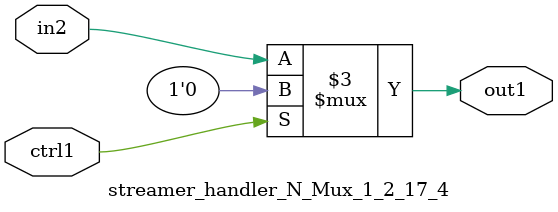
<source format=v>

`timescale 1ps / 1ps


module streamer_handler_N_Mux_1_2_17_4( in2, ctrl1, out1 );

    input in2;
    input ctrl1;
    output out1;
    reg out1;

    
    // rtl_process:streamer_handler_N_Mux_1_2_17_4/streamer_handler_N_Mux_1_2_17_4_thread_1
    always @*
      begin : streamer_handler_N_Mux_1_2_17_4_thread_1
        case (ctrl1) 
          1'b1: 
            begin
              out1 = 1'b0;
            end
          default: 
            begin
              out1 = in2;
            end
        endcase
      end

endmodule



</source>
